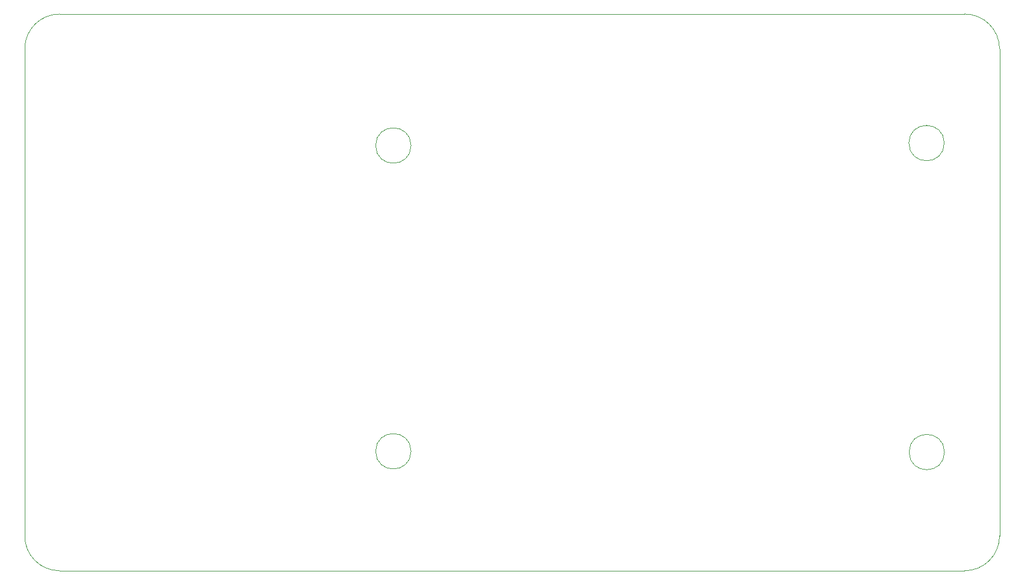
<source format=gbr>
%TF.GenerationSoftware,KiCad,Pcbnew,7.0.1*%
%TF.CreationDate,2024-11-06T10:01:19+01:00*%
%TF.ProjectId,mangiatoia,6d616e67-6961-4746-9f69-612e6b696361,1.1*%
%TF.SameCoordinates,Original*%
%TF.FileFunction,Profile,NP*%
%FSLAX46Y46*%
G04 Gerber Fmt 4.6, Leading zero omitted, Abs format (unit mm)*
G04 Created by KiCad (PCBNEW 7.0.1) date 2024-11-06 10:01:19*
%MOMM*%
%LPD*%
G01*
G04 APERTURE LIST*
%TA.AperFunction,Profile*%
%ADD10C,0.100000*%
%TD*%
G04 APERTURE END LIST*
D10*
X205030000Y-45095000D02*
X75030000Y-45095000D01*
X205030000Y-125095000D02*
G75*
G03*
X210030000Y-120095000I0J5000000D01*
G01*
X70030000Y-120095000D02*
G75*
G03*
X75030000Y-125095000I5000000J0D01*
G01*
X70030000Y-50095000D02*
X70030000Y-120095000D01*
X125506902Y-107928700D02*
G75*
G03*
X125506902Y-107928700I-2540000J0D01*
G01*
X210030000Y-50095000D02*
G75*
G03*
X205030000Y-45095000I-5000000J0D01*
G01*
X125506902Y-63986700D02*
G75*
G03*
X125506902Y-63986700I-2540000J0D01*
G01*
X202087988Y-63636213D02*
G75*
G03*
X202087988Y-63636213I-2540000J0D01*
G01*
X75030000Y-45095000D02*
G75*
G03*
X70030000Y-50095000I0J-5000000D01*
G01*
X210030000Y-120095000D02*
X210030000Y-50095000D01*
X75030000Y-125095000D02*
X205030000Y-125095000D01*
X202120000Y-108045000D02*
G75*
G03*
X202120000Y-108045000I-2540000J0D01*
G01*
M02*

</source>
